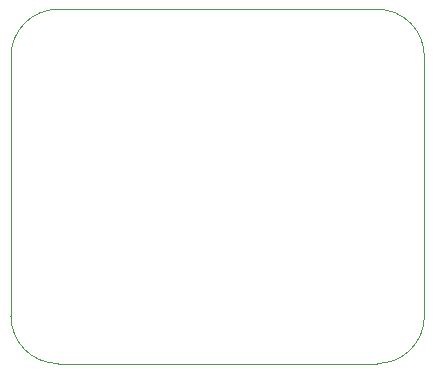
<source format=gbr>
G04 #@! TF.GenerationSoftware,KiCad,Pcbnew,5.1.5-52549c5~84~ubuntu18.04.1*
G04 #@! TF.CreationDate,2020-02-29T23:35:11+08:00*
G04 #@! TF.ProjectId,adapter_20p,61646170-7465-4725-9f32-30702e6b6963,rev?*
G04 #@! TF.SameCoordinates,Original*
G04 #@! TF.FileFunction,Profile,NP*
%FSLAX46Y46*%
G04 Gerber Fmt 4.6, Leading zero omitted, Abs format (unit mm)*
G04 Created by KiCad (PCBNEW 5.1.5-52549c5~84~ubuntu18.04.1) date 2020-02-29 23:35:11*
%MOMM*%
%LPD*%
G04 APERTURE LIST*
%ADD10C,0.100000*%
G04 APERTURE END LIST*
D10*
X134000000Y-82000000D02*
G75*
G02X130000000Y-78000000I0J4000000D01*
G01*
X130000000Y-56000000D02*
G75*
G02X134000000Y-52000000I4000000J0D01*
G01*
X161000000Y-52000000D02*
G75*
G02X165000000Y-56000000I0J-4000000D01*
G01*
X165000000Y-78000000D02*
G75*
G02X161000000Y-82000000I-4000000J0D01*
G01*
X165000000Y-56000000D02*
X165000000Y-78000000D01*
X134000000Y-52000000D02*
X161000000Y-52000000D01*
X130000000Y-78000000D02*
X130000000Y-56000000D01*
X161000000Y-82000000D02*
X134000000Y-82000000D01*
M02*

</source>
